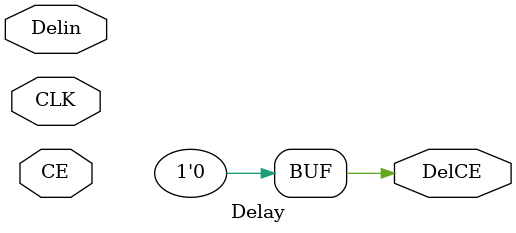
<source format=v>
`timescale 1ns / 1ps


module Delay # (parameter delay = 2)(CLK, CE, Delin, DelCE);

    input CLK;
    input CE;
    input Delin;
    output DelCE;
    
    // 8 taktow opoznienia na samych flopach + delay !!!
    
    parameter w = clogb2(delay);
    reg [w-1:0] del_int;
    
    function integer clogb2;
       input [31:0] value;
       integer 	i;
       begin
            clogb2 = 0;
            for(i = 0; 2**i < value; i = i + 1)
            clogb2 = i + 1;
       end
    endfunction
    
    always @(posedge CLK)
    begin
        if (CE)
        begin
            if (del_int < delay & Delin)
                del_int = del_int + 1;
            else if (Delin == 0)
                del_int = 0;
        end
    end
    assign DelCE = (del_int == delay) & CE & Delin;
endmodule

</source>
